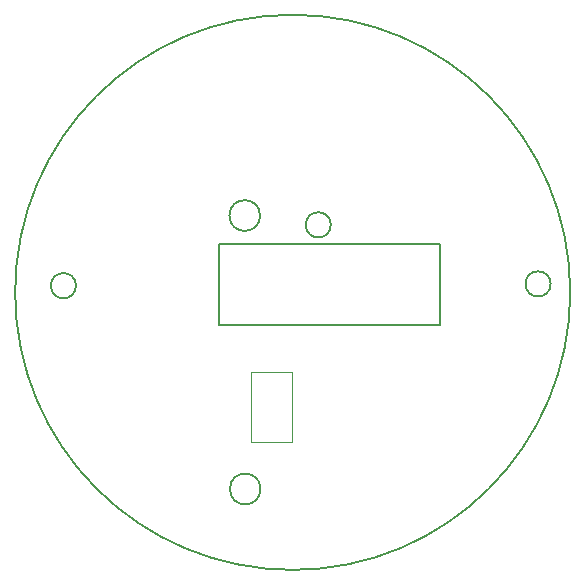
<source format=gm1>
G04 #@! TF.GenerationSoftware,KiCad,Pcbnew,9.0.4*
G04 #@! TF.CreationDate,2025-10-28T23:18:59-04:00*
G04 #@! TF.ProjectId,DEL_MCPCB,44454c5f-4d43-4504-9342-2e6b69636164,rev?*
G04 #@! TF.SameCoordinates,Original*
G04 #@! TF.FileFunction,Profile,NP*
%FSLAX46Y46*%
G04 Gerber Fmt 4.6, Leading zero omitted, Abs format (unit mm)*
G04 Created by KiCad (PCBNEW 9.0.4) date 2025-10-28 23:18:59*
%MOMM*%
%LPD*%
G01*
G04 APERTURE LIST*
G04 #@! TA.AperFunction,Profile*
%ADD10C,0.200000*%
G04 #@! TD*
G04 #@! TA.AperFunction,Profile*
%ADD11C,0.100000*%
G04 #@! TD*
G04 APERTURE END LIST*
D10*
X131775200Y-89789000D02*
G75*
G02*
X129645794Y-89789000I-1064703J0D01*
G01*
X129645794Y-89789000D02*
G75*
G02*
X131775200Y-89789000I1064703J0D01*
G01*
X143850200Y-86280000D02*
X162584400Y-86280000D01*
X162584400Y-93080000D01*
X143850200Y-93080000D01*
X143850200Y-86280000D01*
X171958000Y-89636600D02*
G75*
G02*
X169828594Y-89636600I-1064703J0D01*
G01*
X169828594Y-89636600D02*
G75*
G02*
X171958000Y-89636600I1064703J0D01*
G01*
X173620000Y-90350000D02*
G75*
G02*
X126620000Y-90350000I-23500000J0D01*
G01*
X126620000Y-90350000D02*
G75*
G02*
X173620000Y-90350000I23500000J0D01*
G01*
X147360000Y-83850000D02*
G75*
G02*
X144757232Y-83850000I-1301384J0D01*
G01*
X144757232Y-83850000D02*
G75*
G02*
X147360000Y-83850000I1301384J0D01*
G01*
X153349474Y-84638124D02*
G75*
G02*
X151220068Y-84638124I-1064703J0D01*
G01*
X151220068Y-84638124D02*
G75*
G02*
X153349474Y-84638124I1064703J0D01*
G01*
X147401384Y-107000000D02*
G75*
G02*
X144798616Y-107000000I-1301384J0D01*
G01*
X144798616Y-107000000D02*
G75*
G02*
X147401384Y-107000000I1301384J0D01*
G01*
D11*
X146583100Y-97119100D02*
X150033100Y-97119100D01*
X146583100Y-103028300D02*
X146583100Y-97118300D01*
X150031100Y-97118300D02*
X150031100Y-103028300D01*
X150033100Y-103030900D02*
X146583100Y-103030900D01*
M02*

</source>
